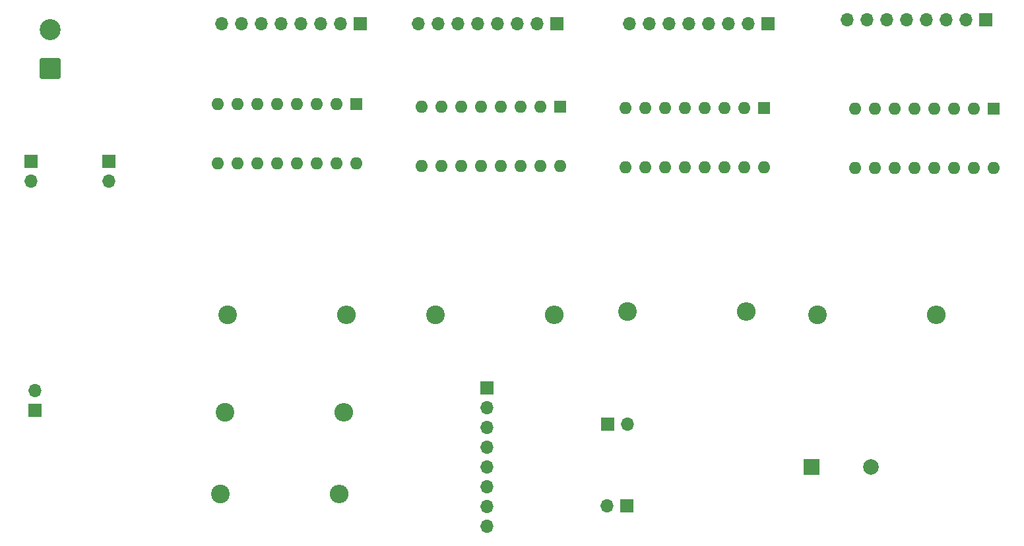
<source format=gbr>
%TF.GenerationSoftware,KiCad,Pcbnew,8.0.5*%
%TF.CreationDate,2024-09-22T19:22:41+03:00*%
%TF.ProjectId,stop_the_light_v2,73746f70-5f74-4686-955f-6c696768745f,rev?*%
%TF.SameCoordinates,Original*%
%TF.FileFunction,Soldermask,Top*%
%TF.FilePolarity,Negative*%
%FSLAX46Y46*%
G04 Gerber Fmt 4.6, Leading zero omitted, Abs format (unit mm)*
G04 Created by KiCad (PCBNEW 8.0.5) date 2024-09-22 19:22:41*
%MOMM*%
%LPD*%
G01*
G04 APERTURE LIST*
G04 Aperture macros list*
%AMRoundRect*
0 Rectangle with rounded corners*
0 $1 Rounding radius*
0 $2 $3 $4 $5 $6 $7 $8 $9 X,Y pos of 4 corners*
0 Add a 4 corners polygon primitive as box body*
4,1,4,$2,$3,$4,$5,$6,$7,$8,$9,$2,$3,0*
0 Add four circle primitives for the rounded corners*
1,1,$1+$1,$2,$3*
1,1,$1+$1,$4,$5*
1,1,$1+$1,$6,$7*
1,1,$1+$1,$8,$9*
0 Add four rect primitives between the rounded corners*
20,1,$1+$1,$2,$3,$4,$5,0*
20,1,$1+$1,$4,$5,$6,$7,0*
20,1,$1+$1,$6,$7,$8,$9,0*
20,1,$1+$1,$8,$9,$2,$3,0*%
G04 Aperture macros list end*
%ADD10C,2.400000*%
%ADD11O,2.400000X2.400000*%
%ADD12R,1.700000X1.700000*%
%ADD13O,1.700000X1.700000*%
%ADD14R,1.600000X1.600000*%
%ADD15O,1.600000X1.600000*%
%ADD16R,2.000000X2.000000*%
%ADD17C,2.000000*%
%ADD18RoundRect,0.250001X1.099999X-1.099999X1.099999X1.099999X-1.099999X1.099999X-1.099999X-1.099999X0*%
%ADD19C,2.700000*%
G04 APERTURE END LIST*
D10*
%TO.C,R3*%
X121500000Y-112000000D03*
D11*
X136740000Y-112000000D03*
%TD*%
D12*
%TO.C,J9*%
X45500000Y-124775000D03*
D13*
X45500000Y-122235000D03*
%TD*%
D12*
%TO.C,switchA1*%
X118960000Y-126500000D03*
D13*
X121500000Y-126500000D03*
%TD*%
D14*
%TO.C,U5*%
X168540000Y-86000000D03*
D15*
X166000000Y-86000000D03*
X163460000Y-86000000D03*
X160920000Y-86000000D03*
X158380000Y-86000000D03*
X155840000Y-86000000D03*
X153300000Y-86000000D03*
X150760000Y-86000000D03*
X150760000Y-93620000D03*
X153300000Y-93620000D03*
X155840000Y-93620000D03*
X158380000Y-93620000D03*
X160920000Y-93620000D03*
X163460000Y-93620000D03*
X166000000Y-93620000D03*
X168540000Y-93620000D03*
%TD*%
D12*
%TO.C,switchB1*%
X121460000Y-137000000D03*
D13*
X118920000Y-137000000D03*
%TD*%
D10*
%TO.C,R5*%
X69880000Y-125000000D03*
D11*
X85120000Y-125000000D03*
%TD*%
D12*
%TO.C,J4*%
X167500000Y-74500000D03*
D13*
X164960000Y-74500000D03*
X162420000Y-74500000D03*
X159880000Y-74500000D03*
X157340000Y-74500000D03*
X154800000Y-74500000D03*
X152260000Y-74500000D03*
X149720000Y-74500000D03*
%TD*%
D14*
%TO.C,U1*%
X86780000Y-85380000D03*
D15*
X84240000Y-85380000D03*
X81700000Y-85380000D03*
X79160000Y-85380000D03*
X76620000Y-85380000D03*
X74080000Y-85380000D03*
X71540000Y-85380000D03*
X69000000Y-85380000D03*
X69000000Y-93000000D03*
X71540000Y-93000000D03*
X74080000Y-93000000D03*
X76620000Y-93000000D03*
X79160000Y-93000000D03*
X81700000Y-93000000D03*
X84240000Y-93000000D03*
X86780000Y-93000000D03*
%TD*%
D14*
%TO.C,U4*%
X139040000Y-85880000D03*
D15*
X136500000Y-85880000D03*
X133960000Y-85880000D03*
X131420000Y-85880000D03*
X128880000Y-85880000D03*
X126340000Y-85880000D03*
X123800000Y-85880000D03*
X121260000Y-85880000D03*
X121260000Y-93500000D03*
X123800000Y-93500000D03*
X126340000Y-93500000D03*
X128880000Y-93500000D03*
X131420000Y-93500000D03*
X133960000Y-93500000D03*
X136500000Y-93500000D03*
X139040000Y-93500000D03*
%TD*%
D14*
%TO.C,U2*%
X112900000Y-85700000D03*
D15*
X110360000Y-85700000D03*
X107820000Y-85700000D03*
X105280000Y-85700000D03*
X102740000Y-85700000D03*
X100200000Y-85700000D03*
X97660000Y-85700000D03*
X95120000Y-85700000D03*
X95120000Y-93320000D03*
X97660000Y-93320000D03*
X100200000Y-93320000D03*
X102740000Y-93320000D03*
X105280000Y-93320000D03*
X107820000Y-93320000D03*
X110360000Y-93320000D03*
X112900000Y-93320000D03*
%TD*%
D12*
%TO.C,J1*%
X87240000Y-75000000D03*
D13*
X84700000Y-75000000D03*
X82160000Y-75000000D03*
X79620000Y-75000000D03*
X77080000Y-75000000D03*
X74540000Y-75000000D03*
X72000000Y-75000000D03*
X69460000Y-75000000D03*
%TD*%
D10*
%TO.C,R6*%
X69260000Y-135500000D03*
D11*
X84500000Y-135500000D03*
%TD*%
D10*
%TO.C,R2*%
X96880000Y-112500000D03*
D11*
X112120000Y-112500000D03*
%TD*%
D12*
%TO.C,powerSocket2*%
X55000000Y-92725000D03*
D13*
X55000000Y-95265000D03*
%TD*%
D12*
%TO.C,J2*%
X112500000Y-75000000D03*
D13*
X109960000Y-75000000D03*
X107420000Y-75000000D03*
X104880000Y-75000000D03*
X102340000Y-75000000D03*
X99800000Y-75000000D03*
X97260000Y-75000000D03*
X94720000Y-75000000D03*
%TD*%
D10*
%TO.C,R4*%
X145880000Y-112500000D03*
D11*
X161120000Y-112500000D03*
%TD*%
D16*
%TO.C,BZ1*%
X145200000Y-132000000D03*
D17*
X152800000Y-132000000D03*
%TD*%
D12*
%TO.C,J7*%
X103500000Y-121880000D03*
D13*
X103500000Y-124420000D03*
X103500000Y-126960000D03*
X103500000Y-129500000D03*
X103500000Y-132040000D03*
X103500000Y-134580000D03*
X103500000Y-137120000D03*
X103500000Y-139660000D03*
%TD*%
D12*
%TO.C,J3*%
X139540000Y-75000000D03*
D13*
X137000000Y-75000000D03*
X134460000Y-75000000D03*
X131920000Y-75000000D03*
X129380000Y-75000000D03*
X126840000Y-75000000D03*
X124300000Y-75000000D03*
X121760000Y-75000000D03*
%TD*%
D10*
%TO.C,R1*%
X70260000Y-112500000D03*
D11*
X85500000Y-112500000D03*
%TD*%
D18*
%TO.C,powerSocket1*%
X47450000Y-80777500D03*
D19*
X47450000Y-75777500D03*
%TD*%
D12*
%TO.C,powerSwitch1*%
X45000000Y-92725000D03*
D13*
X45000000Y-95265000D03*
%TD*%
M02*

</source>
